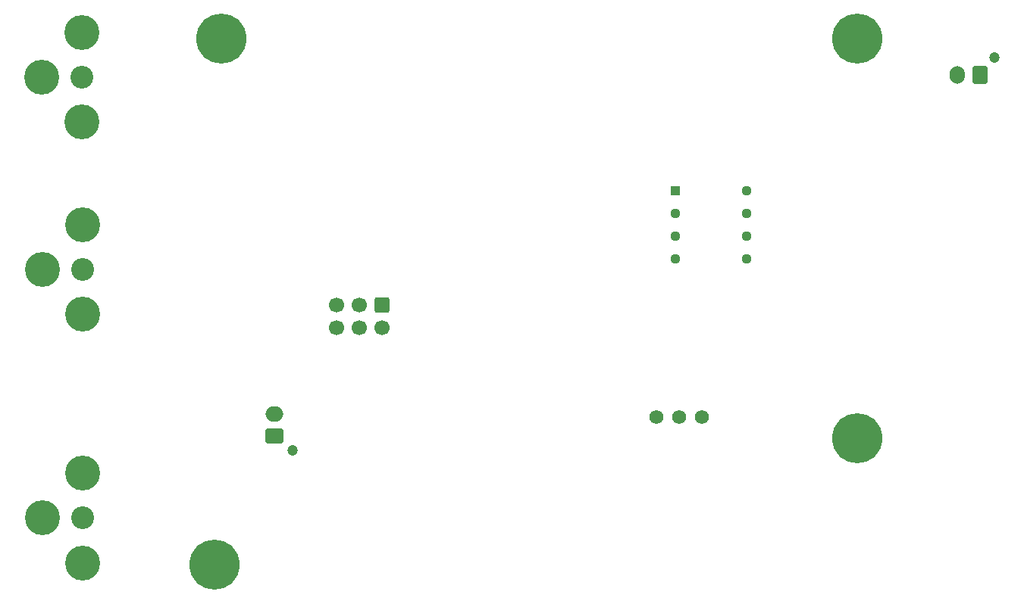
<source format=gbr>
%TF.GenerationSoftware,KiCad,Pcbnew,9.0.0*%
%TF.CreationDate,2025-04-14T20:17:52-07:00*%
%TF.ProjectId,AudioVision_v1,41756469-6f56-4697-9369-6f6e5f76312e,rev?*%
%TF.SameCoordinates,Original*%
%TF.FileFunction,Soldermask,Bot*%
%TF.FilePolarity,Negative*%
%FSLAX46Y46*%
G04 Gerber Fmt 4.6, Leading zero omitted, Abs format (unit mm)*
G04 Created by KiCad (PCBNEW 9.0.0) date 2025-04-14 20:17:52*
%MOMM*%
%LPD*%
G01*
G04 APERTURE LIST*
G04 Aperture macros list*
%AMRoundRect*
0 Rectangle with rounded corners*
0 $1 Rounding radius*
0 $2 $3 $4 $5 $6 $7 $8 $9 X,Y pos of 4 corners*
0 Add a 4 corners polygon primitive as box body*
4,1,4,$2,$3,$4,$5,$6,$7,$8,$9,$2,$3,0*
0 Add four circle primitives for the rounded corners*
1,1,$1+$1,$2,$3*
1,1,$1+$1,$4,$5*
1,1,$1+$1,$6,$7*
1,1,$1+$1,$8,$9*
0 Add four rect primitives between the rounded corners*
20,1,$1+$1,$2,$3,$4,$5,0*
20,1,$1+$1,$4,$5,$6,$7,0*
20,1,$1+$1,$6,$7,$8,$9,0*
20,1,$1+$1,$8,$9,$2,$3,0*%
G04 Aperture macros list end*
%ADD10RoundRect,0.250000X-0.600000X0.600000X-0.600000X-0.600000X0.600000X-0.600000X0.600000X0.600000X0*%
%ADD11C,1.700000*%
%ADD12C,3.900000*%
%ADD13C,2.550000*%
%ADD14C,5.600000*%
%ADD15R,1.130000X1.130000*%
%ADD16C,1.130000*%
%ADD17C,1.200000*%
%ADD18RoundRect,0.250000X0.750000X-0.600000X0.750000X0.600000X-0.750000X0.600000X-0.750000X-0.600000X0*%
%ADD19O,2.000000X1.700000*%
%ADD20RoundRect,0.250000X0.600000X0.750000X-0.600000X0.750000X-0.600000X-0.750000X0.600000X-0.750000X0*%
%ADD21O,1.700000X2.000000*%
%ADD22C,1.560000*%
G04 APERTURE END LIST*
D10*
%TO.C,ISP*%
X131725000Y-100550000D03*
D11*
X131725000Y-103090000D03*
X129185000Y-100550000D03*
X129185000Y-103090000D03*
X126645000Y-100550000D03*
X126645000Y-103090000D03*
%TD*%
D12*
%TO.C,J5*%
X98275000Y-101550000D03*
D13*
X98275000Y-96550000D03*
D12*
X98275000Y-91550000D03*
X93775000Y-96550000D03*
%TD*%
D14*
%TO.C,*%
X113050000Y-129550000D03*
%TD*%
D12*
%TO.C,J6*%
X98300000Y-129350000D03*
D13*
X98300000Y-124350000D03*
D12*
X98300000Y-119350000D03*
X93800000Y-124350000D03*
%TD*%
D15*
%TO.C,U5*%
X164505000Y-87750000D03*
D16*
X164505000Y-90290000D03*
X164505000Y-92830000D03*
X164505000Y-95370000D03*
X172445000Y-95370000D03*
X172445000Y-92830000D03*
X172445000Y-90290000D03*
X172445000Y-87750000D03*
%TD*%
D14*
%TO.C,*%
X184800000Y-70750000D03*
%TD*%
D17*
%TO.C,J1*%
X121700000Y-116800000D03*
D18*
X119700000Y-115200000D03*
D19*
X119700000Y-112700000D03*
%TD*%
D14*
%TO.C,*%
X184800000Y-115450000D03*
%TD*%
D12*
%TO.C,J4*%
X98225000Y-80050000D03*
D13*
X98225000Y-75050000D03*
D12*
X98225000Y-70050000D03*
X93725000Y-75050000D03*
%TD*%
D14*
%TO.C,REF\u002A\u002A*%
X113800000Y-70750000D03*
%TD*%
D17*
%TO.C,J3*%
X200125000Y-72800000D03*
D20*
X198525000Y-74800000D03*
D21*
X196025000Y-74800000D03*
%TD*%
D22*
%TO.C,U3*%
X162357500Y-113075000D03*
X164897500Y-113075000D03*
X167437500Y-113075000D03*
%TD*%
M02*

</source>
